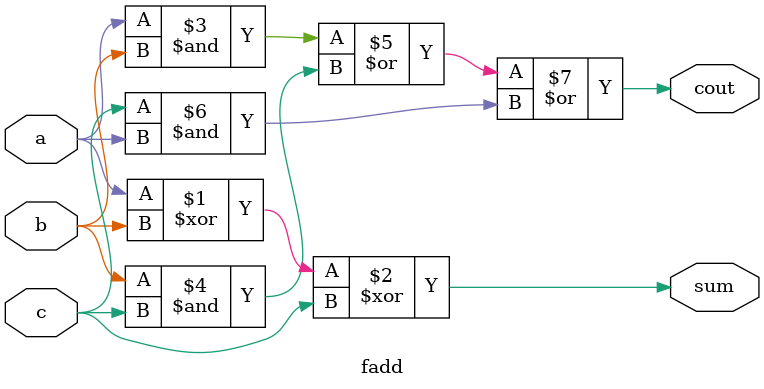
<source format=v>
module top_module( 
    input [2:0] a, b,
    input cin,
    output [2:0] cout,
    output [2:0] sum );
    wire [2:0] w1,w2;
    
    fadd uut1(a[0],b[0],cin,cout[0],sum[0]);
    fadd uut2(a[1],b[1],cout[0],cout[1],sum[1]);
    fadd uut3(a[2],b[2],cout[1],cout[2],sum[2]);
 
endmodule

module fadd(a,b,c,cout,sum);
    input a,b,c;
    output sum,cout;
    assign sum = a ^ b ^ c;
    assign cout = (a & b) | (b & c) | (c & a);
endmodule

</source>
